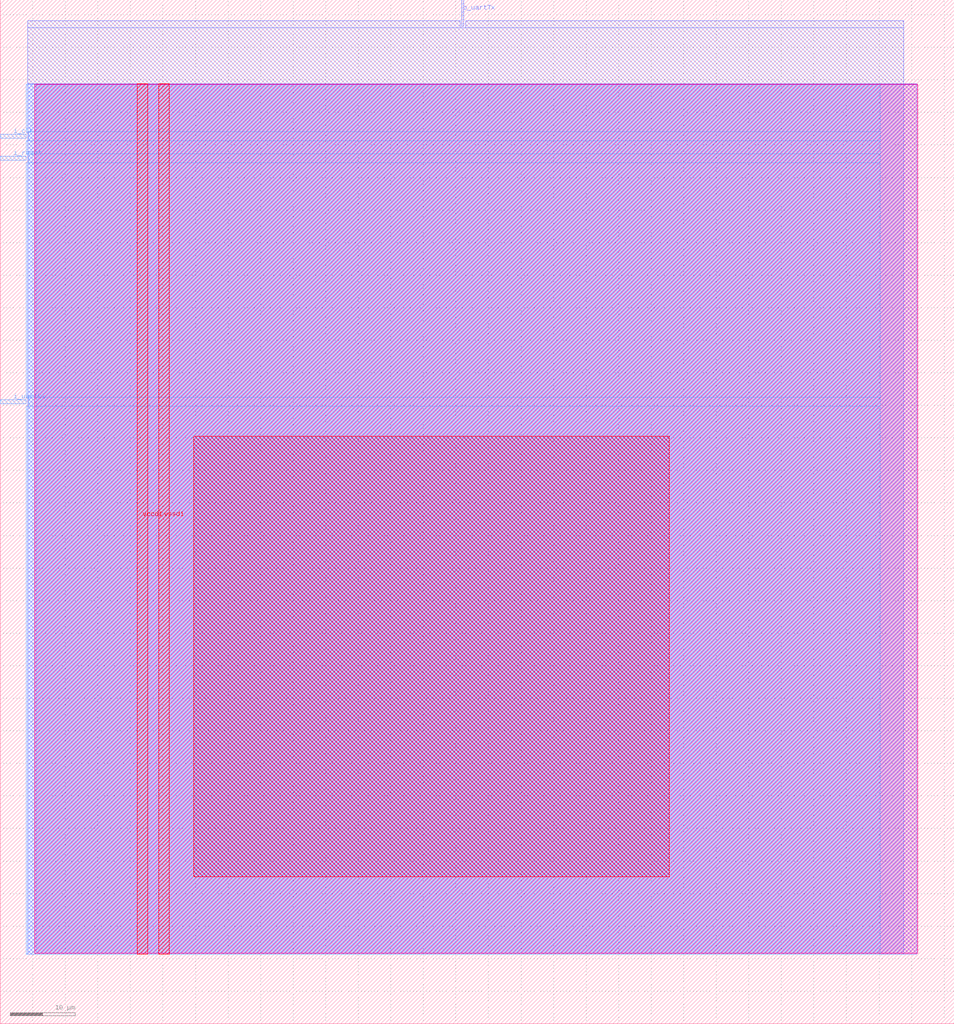
<source format=lef>
VERSION 5.7 ;
  NOWIREEXTENSIONATPIN ON ;
  DIVIDERCHAR "/" ;
  BUSBITCHARS "[]" ;
MACRO top
  CLASS BLOCK ;
  FOREIGN top ;
  ORIGIN 0.000 0.000 ;
  SIZE 146.555 BY 157.275 ;
  PIN i_clk
    DIRECTION INPUT ;
    USE SIGNAL ;
    ANTENNAGATEAREA 0.196500 ;
    PORT
      LAYER met3 ;
        RECT 0.000 136.040 4.000 136.640 ;
    END
  END i_clk
  PIN i_reset
    DIRECTION INPUT ;
    USE SIGNAL ;
    ANTENNAGATEAREA 0.196500 ;
    PORT
      LAYER met3 ;
        RECT 0.000 132.640 4.000 133.240 ;
    END
  END i_reset
  PIN i_uartRx
    DIRECTION INPUT ;
    USE SIGNAL ;
    ANTENNAGATEAREA 0.126000 ;
    PORT
      LAYER met3 ;
        RECT 0.000 95.240 4.000 95.840 ;
    END
  END i_uartRx
  PIN o_uartTx
    DIRECTION OUTPUT ;
    USE SIGNAL ;
    ANTENNADIFFAREA 0.445500 ;
    PORT
      LAYER met2 ;
        RECT 70.930 153.275 71.210 157.275 ;
    END
  END o_uartTx
  PIN vccd1
    DIRECTION INOUT ;
    USE POWER ;
    PORT
      LAYER met4 ;
        RECT 21.040 10.640 22.640 144.400 ;
    END
  END vccd1
  PIN vssd1
    DIRECTION INOUT ;
    USE GROUND ;
    PORT
      LAYER met4 ;
        RECT 24.340 10.640 25.940 144.400 ;
    END
  END vssd1
  OBS
      LAYER nwell ;
        RECT 5.330 10.795 140.950 144.350 ;
      LAYER li1 ;
        RECT 5.520 10.795 140.760 144.245 ;
      LAYER met1 ;
        RECT 4.210 10.640 140.760 144.400 ;
      LAYER met2 ;
        RECT 4.230 152.995 70.650 154.090 ;
        RECT 71.490 152.995 138.820 154.090 ;
        RECT 4.230 10.695 138.820 152.995 ;
      LAYER met3 ;
        RECT 3.990 137.040 135.175 144.325 ;
        RECT 4.400 135.640 135.175 137.040 ;
        RECT 3.990 133.640 135.175 135.640 ;
        RECT 4.400 132.240 135.175 133.640 ;
        RECT 3.990 96.240 135.175 132.240 ;
        RECT 4.400 94.840 135.175 96.240 ;
        RECT 3.990 10.715 135.175 94.840 ;
      LAYER met4 ;
        RECT 29.735 22.615 102.745 90.265 ;
  END
END top
END LIBRARY


</source>
